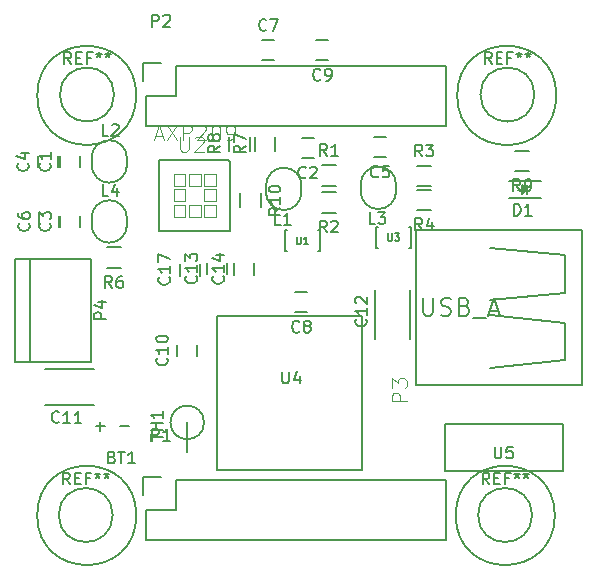
<source format=gbr>
G04 #@! TF.FileFunction,Legend,Top*
%FSLAX46Y46*%
G04 Gerber Fmt 4.6, Leading zero omitted, Abs format (unit mm)*
G04 Created by KiCad (PCBNEW 4.0.0-2.201511301920+6191~38~ubuntu14.04.1-stable) date Fri 22 Jan 2016 11:42:30 AM ICT*
%MOMM*%
G01*
G04 APERTURE LIST*
%ADD10C,0.100000*%
%ADD11C,0.200000*%
%ADD12C,0.066040*%
%ADD13C,0.203200*%
%ADD14C,0.150000*%
%ADD15C,0.152400*%
%ADD16C,0.127000*%
%ADD17C,0.088900*%
G04 APERTURE END LIST*
D10*
D11*
X169044690Y-84074000D02*
G75*
G03X169044690Y-84074000I-4198690J0D01*
G01*
X133478924Y-84074000D02*
G75*
G03X133478924Y-84074000I-4192924J0D01*
G01*
X168917690Y-119634000D02*
G75*
G03X168917690Y-119634000I-4198690J0D01*
G01*
X133484690Y-119634000D02*
G75*
G03X133484690Y-119634000I-4198690J0D01*
G01*
D12*
X140241020Y-92031820D02*
X139240260Y-92031820D01*
X139240260Y-92031820D02*
X139240260Y-93027500D01*
X140241020Y-93027500D02*
X139240260Y-93027500D01*
X140241020Y-92031820D02*
X140241020Y-93027500D01*
X138940540Y-90731340D02*
X137944860Y-90731340D01*
X137944860Y-90731340D02*
X137944860Y-91732100D01*
X138940540Y-91732100D02*
X137944860Y-91732100D01*
X138940540Y-90731340D02*
X138940540Y-91732100D01*
X140241020Y-90731340D02*
X139240260Y-90731340D01*
X139240260Y-90731340D02*
X139240260Y-91732100D01*
X140241020Y-91732100D02*
X139240260Y-91732100D01*
X140241020Y-90731340D02*
X140241020Y-91732100D01*
X137645140Y-90731340D02*
X136644380Y-90731340D01*
X136644380Y-90731340D02*
X136644380Y-91732100D01*
X137645140Y-91732100D02*
X136644380Y-91732100D01*
X137645140Y-90731340D02*
X137645140Y-91732100D01*
X137645140Y-92031820D02*
X136644380Y-92031820D01*
X136644380Y-92031820D02*
X136644380Y-93027500D01*
X137645140Y-93027500D02*
X136644380Y-93027500D01*
X137645140Y-92031820D02*
X137645140Y-93027500D01*
X140241020Y-93327220D02*
X139240260Y-93327220D01*
X139240260Y-93327220D02*
X139240260Y-94327980D01*
X140241020Y-94327980D02*
X139240260Y-94327980D01*
X140241020Y-93327220D02*
X140241020Y-94327980D01*
X138940540Y-93327220D02*
X137944860Y-93327220D01*
X137944860Y-93327220D02*
X137944860Y-94327980D01*
X138940540Y-94327980D02*
X137944860Y-94327980D01*
X138940540Y-93327220D02*
X138940540Y-94327980D01*
X137645140Y-93327220D02*
X136644380Y-93327220D01*
X136644380Y-93327220D02*
X136644380Y-94327980D01*
X137645140Y-94327980D02*
X136644380Y-94327980D01*
X137645140Y-93327220D02*
X137645140Y-94327980D01*
D13*
X141442440Y-95529400D02*
X140967460Y-95529400D01*
X140967460Y-95529400D02*
X135917940Y-95529400D01*
X135917940Y-95529400D02*
X135442960Y-95529400D01*
X135442960Y-95529400D02*
X135442960Y-95054420D01*
X135442960Y-95054420D02*
X135442960Y-90004900D01*
X135442960Y-90004900D02*
X135442960Y-89529920D01*
X135442960Y-89529920D02*
X135917940Y-89529920D01*
X135917940Y-89529920D02*
X140967460Y-89529920D01*
X140967460Y-89529920D02*
X141241780Y-89529920D01*
X141241780Y-89529920D02*
X141442440Y-89730580D01*
X141442440Y-89730580D02*
X141442440Y-90004900D01*
X141442440Y-90004900D02*
X141442440Y-95054420D01*
X141442440Y-95054420D02*
X141442440Y-95529400D01*
D14*
X146947000Y-102450000D02*
X147947000Y-102450000D01*
X147947000Y-100750000D02*
X146947000Y-100750000D01*
D15*
X156741091Y-96991575D02*
X156540431Y-96991575D01*
X156741091Y-96991575D02*
X156741091Y-95193255D01*
X156741091Y-95193255D02*
X156540431Y-95193255D01*
X153738811Y-95193255D02*
X153939471Y-95193255D01*
X153738811Y-96991575D02*
X153939471Y-96991575D01*
X153738811Y-95193255D02*
X153738811Y-96991575D01*
X149033186Y-97270172D02*
X148832526Y-97270172D01*
X149033186Y-97270172D02*
X149033186Y-95471852D01*
X149033186Y-95471852D02*
X148832526Y-95471852D01*
X146030906Y-95471852D02*
X146231566Y-95471852D01*
X146030906Y-97270172D02*
X146231566Y-97270172D01*
X146030906Y-95471852D02*
X146030906Y-97270172D01*
D14*
X150376546Y-91713412D02*
X149176546Y-91713412D01*
X149176546Y-89963412D02*
X150376546Y-89963412D01*
X149176546Y-92249412D02*
X150376546Y-92249412D01*
X150376546Y-93999412D02*
X149176546Y-93999412D01*
X158444451Y-91759115D02*
X157244451Y-91759115D01*
X157244451Y-90009115D02*
X158444451Y-90009115D01*
X157244451Y-92041115D02*
X158444451Y-92041115D01*
X158444451Y-93791115D02*
X157244451Y-93791115D01*
X145966546Y-90181412D02*
G75*
G03X144466546Y-91681412I0J-1500000D01*
G01*
X147466546Y-91681412D02*
G75*
G03X145966546Y-90181412I-1500000J0D01*
G01*
X144466546Y-92281412D02*
G75*
G03X145966546Y-93781412I1500000J0D01*
G01*
X145966546Y-93781412D02*
G75*
G03X147466546Y-92281412I0J1500000D01*
G01*
X147466546Y-92481412D02*
X147466546Y-91481412D01*
X144466546Y-92481412D02*
X144466546Y-91481412D01*
X153973451Y-90100115D02*
G75*
G03X152473451Y-91600115I0J-1500000D01*
G01*
X155473451Y-91600115D02*
G75*
G03X153973451Y-90100115I-1500000J0D01*
G01*
X152473451Y-92200115D02*
G75*
G03X153973451Y-93700115I1500000J0D01*
G01*
X153973451Y-93700115D02*
G75*
G03X155473451Y-92200115I0J1500000D01*
G01*
X155473451Y-92400115D02*
X155473451Y-91400115D01*
X152473451Y-92400115D02*
X152473451Y-91400115D01*
D16*
X157201300Y-108617900D02*
X171184000Y-108617900D01*
X157201300Y-95486100D02*
X171184000Y-95486100D01*
X171184000Y-108529000D02*
X171184000Y-95575000D01*
X157188600Y-108554400D02*
X157188600Y-95549600D01*
X163437000Y-96972000D02*
X169787000Y-97607000D01*
X169787000Y-97607000D02*
X169787000Y-100782000D01*
X169787000Y-100782000D02*
X163437000Y-101417000D01*
X163437000Y-107132000D02*
X169787000Y-106497000D01*
X169787000Y-106497000D02*
X169787000Y-103322000D01*
X169787000Y-103322000D02*
X163437000Y-102687000D01*
D14*
X123219540Y-97911100D02*
X123219540Y-106611100D01*
X129624540Y-97911100D02*
X129624540Y-106611100D01*
X129624540Y-106611100D02*
X123219540Y-106611100D01*
X124449540Y-106611100D02*
X124449540Y-97911100D01*
X123219540Y-97911100D02*
X129624540Y-97911100D01*
X156657000Y-100562000D02*
X156657000Y-104662000D01*
X153657000Y-100562000D02*
X153657000Y-104662000D01*
X159697000Y-121752000D02*
X134297000Y-121752000D01*
X136837000Y-116672000D02*
X159697000Y-116672000D01*
X159697000Y-121752000D02*
X159697000Y-116672000D01*
X134297000Y-121752000D02*
X134297000Y-119212000D01*
X135567000Y-116392000D02*
X134017000Y-116392000D01*
X134297000Y-119212000D02*
X136837000Y-119212000D01*
X136837000Y-119212000D02*
X136837000Y-116672000D01*
X134017000Y-116392000D02*
X134017000Y-117942000D01*
X159687000Y-86702000D02*
X134287000Y-86702000D01*
X136827000Y-81622000D02*
X159687000Y-81622000D01*
X159687000Y-86702000D02*
X159687000Y-81622000D01*
X134287000Y-86702000D02*
X134287000Y-84162000D01*
X135557000Y-81342000D02*
X134007000Y-81342000D01*
X134287000Y-84162000D02*
X136827000Y-84162000D01*
X136827000Y-84162000D02*
X136827000Y-81622000D01*
X134007000Y-81342000D02*
X134007000Y-82892000D01*
X152597000Y-102762000D02*
X152597000Y-115762000D01*
X140347000Y-102762000D02*
X152597000Y-102762000D01*
X140347000Y-115762000D02*
X140347000Y-102762000D01*
X152597000Y-115762000D02*
X140347000Y-115762000D01*
X159577000Y-115862000D02*
X159577000Y-111862000D01*
X169577000Y-115862000D02*
X159577000Y-115862000D01*
X169577000Y-111862000D02*
X169577000Y-115862000D01*
X159577000Y-111862000D02*
X169577000Y-111862000D01*
X125777000Y-107262000D02*
X129877000Y-107262000D01*
X125777000Y-110262000D02*
X129877000Y-110262000D01*
X131191000Y-91462000D02*
G75*
G03X132691000Y-89962000I0J1500000D01*
G01*
X129691000Y-89962000D02*
G75*
G03X131191000Y-91462000I1500000J0D01*
G01*
X132691000Y-89362000D02*
G75*
G03X131191000Y-87862000I-1500000J0D01*
G01*
X131191000Y-87862000D02*
G75*
G03X129691000Y-89362000I0J-1500000D01*
G01*
X129691000Y-89162000D02*
X129691000Y-90162000D01*
X132691000Y-89162000D02*
X132691000Y-90162000D01*
X131191000Y-96542000D02*
G75*
G03X132691000Y-95042000I0J1500000D01*
G01*
X129691000Y-95042000D02*
G75*
G03X131191000Y-96542000I1500000J0D01*
G01*
X132691000Y-94442000D02*
G75*
G03X131191000Y-92942000I-1500000J0D01*
G01*
X131191000Y-92942000D02*
G75*
G03X129691000Y-94442000I0J-1500000D01*
G01*
X129691000Y-94242000D02*
X129691000Y-95242000D01*
X132691000Y-94242000D02*
X132691000Y-95242000D01*
X125176001Y-89162000D02*
X125176001Y-90162000D01*
X126876001Y-90162000D02*
X126876001Y-89162000D01*
X125261000Y-94242000D02*
X125261000Y-95242000D01*
X126961000Y-95242000D02*
X126961000Y-94242000D01*
X145153000Y-79414000D02*
X144153000Y-79414000D01*
X144153000Y-81114000D02*
X145153000Y-81114000D01*
X148725000Y-81114000D02*
X149725000Y-81114000D01*
X149725000Y-79414000D02*
X148725000Y-79414000D01*
X136945000Y-105164000D02*
X136945000Y-106164000D01*
X138645000Y-106164000D02*
X138645000Y-105164000D01*
X130987000Y-96937000D02*
X132187000Y-96937000D01*
X132187000Y-98687000D02*
X130987000Y-98687000D01*
X167186000Y-84000000D02*
G75*
G03X167186000Y-84000000I-2286000J0D01*
G01*
X131586000Y-84000000D02*
G75*
G03X131586000Y-84000000I-2286000J0D01*
G01*
X131486000Y-119600000D02*
G75*
G03X131486000Y-119600000I-2286000J0D01*
G01*
X166986000Y-119600000D02*
G75*
G03X166986000Y-119600000I-2286000J0D01*
G01*
X145252000Y-87553946D02*
X145252000Y-88753946D01*
X143502000Y-88753946D02*
X143502000Y-87553946D01*
X143071581Y-87553946D02*
X143071581Y-88753946D01*
X141321581Y-88753946D02*
X141321581Y-87553946D01*
X139427000Y-98232000D02*
X139427000Y-99232000D01*
X141127000Y-99232000D02*
X141127000Y-98232000D01*
X141717000Y-98242000D02*
X141717000Y-99242000D01*
X143417000Y-99242000D02*
X143417000Y-98242000D01*
X137795000Y-111760000D02*
X137795000Y-114300000D01*
X139214903Y-111760000D02*
G75*
G03X139214903Y-111760000I-1419903J0D01*
G01*
X165547000Y-88747000D02*
X166747000Y-88747000D01*
X166747000Y-90497000D02*
X165547000Y-90497000D01*
X167777000Y-91292000D02*
X165077000Y-91292000D01*
X167777000Y-92792000D02*
X165077000Y-92792000D01*
X166277000Y-91892000D02*
X166277000Y-92142000D01*
X166277000Y-92142000D02*
X166427000Y-91992000D01*
X166527000Y-92392000D02*
X166527000Y-91692000D01*
X166177000Y-92042000D02*
X165827000Y-92042000D01*
X166527000Y-92042000D02*
X166177000Y-92392000D01*
X166177000Y-92392000D02*
X166177000Y-91692000D01*
X166177000Y-91692000D02*
X166527000Y-92042000D01*
X142254000Y-93564000D02*
X142254000Y-92364000D01*
X144004000Y-92364000D02*
X144004000Y-93564000D01*
X137147000Y-98322000D02*
X137147000Y-99322000D01*
X138847000Y-99322000D02*
X138847000Y-98322000D01*
X127039000Y-89162000D02*
X127039000Y-90162000D01*
X128739000Y-90162000D02*
X128739000Y-89162000D01*
X127039000Y-94242000D02*
X127039000Y-95242000D01*
X128739000Y-95242000D02*
X128739000Y-94242000D01*
X147498546Y-89402412D02*
X148498546Y-89402412D01*
X148498546Y-87702412D02*
X147498546Y-87702412D01*
X153626451Y-89321115D02*
X154626451Y-89321115D01*
X154626451Y-87621115D02*
X153626451Y-87621115D01*
D17*
X137175361Y-87554284D02*
X137175361Y-88582379D01*
X137235837Y-88703331D01*
X137296313Y-88763808D01*
X137417266Y-88824284D01*
X137659170Y-88824284D01*
X137780123Y-88763808D01*
X137840599Y-88703331D01*
X137901075Y-88582379D01*
X137901075Y-87554284D01*
X138445361Y-87675236D02*
X138505837Y-87614760D01*
X138626789Y-87554284D01*
X138929170Y-87554284D01*
X139050123Y-87614760D01*
X139110599Y-87675236D01*
X139171075Y-87796189D01*
X139171075Y-87917141D01*
X139110599Y-88098570D01*
X138384885Y-88824284D01*
X139171075Y-88824284D01*
X135086272Y-87491327D02*
X135691034Y-87491327D01*
X134965319Y-87854184D02*
X135388653Y-86584184D01*
X135811986Y-87854184D01*
X136114367Y-86584184D02*
X136961033Y-87854184D01*
X136961033Y-86584184D02*
X136114367Y-87854184D01*
X137444843Y-87854184D02*
X137444843Y-86584184D01*
X137928652Y-86584184D01*
X138049605Y-86644660D01*
X138110081Y-86705136D01*
X138170557Y-86826089D01*
X138170557Y-87007517D01*
X138110081Y-87128470D01*
X138049605Y-87188946D01*
X137928652Y-87249422D01*
X137444843Y-87249422D01*
X138654367Y-86705136D02*
X138714843Y-86644660D01*
X138835795Y-86584184D01*
X139138176Y-86584184D01*
X139259129Y-86644660D01*
X139319605Y-86705136D01*
X139380081Y-86826089D01*
X139380081Y-86947041D01*
X139319605Y-87128470D01*
X138593891Y-87854184D01*
X139380081Y-87854184D01*
X140166272Y-86584184D02*
X140287224Y-86584184D01*
X140408176Y-86644660D01*
X140468653Y-86705136D01*
X140529129Y-86826089D01*
X140589605Y-87067993D01*
X140589605Y-87370374D01*
X140529129Y-87612279D01*
X140468653Y-87733231D01*
X140408176Y-87793708D01*
X140287224Y-87854184D01*
X140166272Y-87854184D01*
X140045319Y-87793708D01*
X139984843Y-87733231D01*
X139924367Y-87612279D01*
X139863891Y-87370374D01*
X139863891Y-87067993D01*
X139924367Y-86826089D01*
X139984843Y-86705136D01*
X140045319Y-86644660D01*
X140166272Y-86584184D01*
X141194367Y-87854184D02*
X141436272Y-87854184D01*
X141557224Y-87793708D01*
X141617700Y-87733231D01*
X141738653Y-87551803D01*
X141799129Y-87309898D01*
X141799129Y-86826089D01*
X141738653Y-86705136D01*
X141678177Y-86644660D01*
X141557224Y-86584184D01*
X141315320Y-86584184D01*
X141194367Y-86644660D01*
X141133891Y-86705136D01*
X141073415Y-86826089D01*
X141073415Y-87128470D01*
X141133891Y-87249422D01*
X141194367Y-87309898D01*
X141315320Y-87370374D01*
X141557224Y-87370374D01*
X141678177Y-87309898D01*
X141738653Y-87249422D01*
X141799129Y-87128470D01*
D14*
X147280334Y-104057143D02*
X147232715Y-104104762D01*
X147089858Y-104152381D01*
X146994620Y-104152381D01*
X146851762Y-104104762D01*
X146756524Y-104009524D01*
X146708905Y-103914286D01*
X146661286Y-103723810D01*
X146661286Y-103580952D01*
X146708905Y-103390476D01*
X146756524Y-103295238D01*
X146851762Y-103200000D01*
X146994620Y-103152381D01*
X147089858Y-103152381D01*
X147232715Y-103200000D01*
X147280334Y-103247619D01*
X147851762Y-103580952D02*
X147756524Y-103533333D01*
X147708905Y-103485714D01*
X147661286Y-103390476D01*
X147661286Y-103342857D01*
X147708905Y-103247619D01*
X147756524Y-103200000D01*
X147851762Y-103152381D01*
X148042239Y-103152381D01*
X148137477Y-103200000D01*
X148185096Y-103247619D01*
X148232715Y-103342857D01*
X148232715Y-103390476D01*
X148185096Y-103485714D01*
X148137477Y-103533333D01*
X148042239Y-103580952D01*
X147851762Y-103580952D01*
X147756524Y-103628571D01*
X147708905Y-103676190D01*
X147661286Y-103771429D01*
X147661286Y-103961905D01*
X147708905Y-104057143D01*
X147756524Y-104104762D01*
X147851762Y-104152381D01*
X148042239Y-104152381D01*
X148137477Y-104104762D01*
X148185096Y-104057143D01*
X148232715Y-103961905D01*
X148232715Y-103771429D01*
X148185096Y-103676190D01*
X148137477Y-103628571D01*
X148042239Y-103580952D01*
D15*
X154775494Y-95758586D02*
X154775494Y-96252072D01*
X154804522Y-96310129D01*
X154833551Y-96339158D01*
X154891608Y-96368186D01*
X155007722Y-96368186D01*
X155065780Y-96339158D01*
X155094808Y-96310129D01*
X155123837Y-96252072D01*
X155123837Y-95758586D01*
X155356066Y-95758586D02*
X155733437Y-95758586D01*
X155530237Y-95990815D01*
X155617323Y-95990815D01*
X155675380Y-96019844D01*
X155704409Y-96048872D01*
X155733437Y-96106929D01*
X155733437Y-96252072D01*
X155704409Y-96310129D01*
X155675380Y-96339158D01*
X155617323Y-96368186D01*
X155443151Y-96368186D01*
X155385094Y-96339158D01*
X155356066Y-96310129D01*
X147067589Y-96037183D02*
X147067589Y-96530669D01*
X147096617Y-96588726D01*
X147125646Y-96617755D01*
X147183703Y-96646783D01*
X147299817Y-96646783D01*
X147357875Y-96617755D01*
X147386903Y-96588726D01*
X147415932Y-96530669D01*
X147415932Y-96037183D01*
X148025532Y-96646783D02*
X147677189Y-96646783D01*
X147851361Y-96646783D02*
X147851361Y-96037183D01*
X147793304Y-96124269D01*
X147735246Y-96182326D01*
X147677189Y-96211355D01*
D14*
X149609880Y-89190793D02*
X149276546Y-88714602D01*
X149038451Y-89190793D02*
X149038451Y-88190793D01*
X149419404Y-88190793D01*
X149514642Y-88238412D01*
X149562261Y-88286031D01*
X149609880Y-88381269D01*
X149609880Y-88524126D01*
X149562261Y-88619364D01*
X149514642Y-88666983D01*
X149419404Y-88714602D01*
X149038451Y-88714602D01*
X150562261Y-89190793D02*
X149990832Y-89190793D01*
X150276546Y-89190793D02*
X150276546Y-88190793D01*
X150181308Y-88333650D01*
X150086070Y-88428888D01*
X149990832Y-88476507D01*
X149609880Y-95676793D02*
X149276546Y-95200602D01*
X149038451Y-95676793D02*
X149038451Y-94676793D01*
X149419404Y-94676793D01*
X149514642Y-94724412D01*
X149562261Y-94772031D01*
X149609880Y-94867269D01*
X149609880Y-95010126D01*
X149562261Y-95105364D01*
X149514642Y-95152983D01*
X149419404Y-95200602D01*
X149038451Y-95200602D01*
X149990832Y-94772031D02*
X150038451Y-94724412D01*
X150133689Y-94676793D01*
X150371785Y-94676793D01*
X150467023Y-94724412D01*
X150514642Y-94772031D01*
X150562261Y-94867269D01*
X150562261Y-94962507D01*
X150514642Y-95105364D01*
X149943213Y-95676793D01*
X150562261Y-95676793D01*
X157677785Y-89236496D02*
X157344451Y-88760305D01*
X157106356Y-89236496D02*
X157106356Y-88236496D01*
X157487309Y-88236496D01*
X157582547Y-88284115D01*
X157630166Y-88331734D01*
X157677785Y-88426972D01*
X157677785Y-88569829D01*
X157630166Y-88665067D01*
X157582547Y-88712686D01*
X157487309Y-88760305D01*
X157106356Y-88760305D01*
X158011118Y-88236496D02*
X158630166Y-88236496D01*
X158296832Y-88617448D01*
X158439690Y-88617448D01*
X158534928Y-88665067D01*
X158582547Y-88712686D01*
X158630166Y-88807925D01*
X158630166Y-89046020D01*
X158582547Y-89141258D01*
X158534928Y-89188877D01*
X158439690Y-89236496D01*
X158153975Y-89236496D01*
X158058737Y-89188877D01*
X158011118Y-89141258D01*
X157677785Y-95468496D02*
X157344451Y-94992305D01*
X157106356Y-95468496D02*
X157106356Y-94468496D01*
X157487309Y-94468496D01*
X157582547Y-94516115D01*
X157630166Y-94563734D01*
X157677785Y-94658972D01*
X157677785Y-94801829D01*
X157630166Y-94897067D01*
X157582547Y-94944686D01*
X157487309Y-94992305D01*
X157106356Y-94992305D01*
X158534928Y-94801829D02*
X158534928Y-95468496D01*
X158296832Y-94420877D02*
X158058737Y-95135163D01*
X158677785Y-95135163D01*
X145699880Y-95033793D02*
X145223689Y-95033793D01*
X145223689Y-94033793D01*
X146557023Y-95033793D02*
X145985594Y-95033793D01*
X146271308Y-95033793D02*
X146271308Y-94033793D01*
X146176070Y-94176650D01*
X146080832Y-94271888D01*
X145985594Y-94319507D01*
X153706785Y-94952496D02*
X153230594Y-94952496D01*
X153230594Y-93952496D01*
X153944880Y-93952496D02*
X154563928Y-93952496D01*
X154230594Y-94333448D01*
X154373452Y-94333448D01*
X154468690Y-94381067D01*
X154516309Y-94428686D01*
X154563928Y-94523925D01*
X154563928Y-94762020D01*
X154516309Y-94857258D01*
X154468690Y-94904877D01*
X154373452Y-94952496D01*
X154087737Y-94952496D01*
X153992499Y-94904877D01*
X153944880Y-94857258D01*
D17*
X156391524Y-109974381D02*
X155121524Y-109974381D01*
X155121524Y-109490572D01*
X155182000Y-109369619D01*
X155242476Y-109309143D01*
X155363429Y-109248667D01*
X155544857Y-109248667D01*
X155665810Y-109309143D01*
X155726286Y-109369619D01*
X155786762Y-109490572D01*
X155786762Y-109974381D01*
X155121524Y-108825333D02*
X155121524Y-108039143D01*
X155605333Y-108462476D01*
X155605333Y-108281048D01*
X155665810Y-108160095D01*
X155726286Y-108099619D01*
X155847238Y-108039143D01*
X156149619Y-108039143D01*
X156270571Y-108099619D01*
X156331048Y-108160095D01*
X156391524Y-108281048D01*
X156391524Y-108643905D01*
X156331048Y-108764857D01*
X156270571Y-108825333D01*
D14*
X157740143Y-101217429D02*
X157740143Y-102451143D01*
X157812715Y-102596286D01*
X157885286Y-102668857D01*
X158030429Y-102741429D01*
X158320715Y-102741429D01*
X158465857Y-102668857D01*
X158538429Y-102596286D01*
X158611000Y-102451143D01*
X158611000Y-101217429D01*
X159264143Y-102668857D02*
X159481857Y-102741429D01*
X159844714Y-102741429D01*
X159989857Y-102668857D01*
X160062428Y-102596286D01*
X160135000Y-102451143D01*
X160135000Y-102306000D01*
X160062428Y-102160857D01*
X159989857Y-102088286D01*
X159844714Y-102015714D01*
X159554428Y-101943143D01*
X159409286Y-101870571D01*
X159336714Y-101798000D01*
X159264143Y-101652857D01*
X159264143Y-101507714D01*
X159336714Y-101362571D01*
X159409286Y-101290000D01*
X159554428Y-101217429D01*
X159917286Y-101217429D01*
X160135000Y-101290000D01*
X161296143Y-101943143D02*
X161513857Y-102015714D01*
X161586429Y-102088286D01*
X161659000Y-102233429D01*
X161659000Y-102451143D01*
X161586429Y-102596286D01*
X161513857Y-102668857D01*
X161368715Y-102741429D01*
X160788143Y-102741429D01*
X160788143Y-101217429D01*
X161296143Y-101217429D01*
X161441286Y-101290000D01*
X161513857Y-101362571D01*
X161586429Y-101507714D01*
X161586429Y-101652857D01*
X161513857Y-101798000D01*
X161441286Y-101870571D01*
X161296143Y-101943143D01*
X160788143Y-101943143D01*
X161949286Y-102886571D02*
X163110429Y-102886571D01*
X163400715Y-102306000D02*
X164126429Y-102306000D01*
X163255572Y-102741429D02*
X163763572Y-101217429D01*
X164271572Y-102741429D01*
X130939381Y-103000095D02*
X129939381Y-103000095D01*
X129939381Y-102619142D01*
X129987000Y-102523904D01*
X130034619Y-102476285D01*
X130129857Y-102428666D01*
X130272714Y-102428666D01*
X130367952Y-102476285D01*
X130415571Y-102523904D01*
X130463190Y-102619142D01*
X130463190Y-103000095D01*
X130272714Y-101571523D02*
X130939381Y-101571523D01*
X129891762Y-101809619D02*
X130606048Y-102047714D01*
X130606048Y-101428666D01*
X152914143Y-103004857D02*
X152961762Y-103052476D01*
X153009381Y-103195333D01*
X153009381Y-103290571D01*
X152961762Y-103433429D01*
X152866524Y-103528667D01*
X152771286Y-103576286D01*
X152580810Y-103623905D01*
X152437952Y-103623905D01*
X152247476Y-103576286D01*
X152152238Y-103528667D01*
X152057000Y-103433429D01*
X152009381Y-103290571D01*
X152009381Y-103195333D01*
X152057000Y-103052476D01*
X152104619Y-103004857D01*
X153009381Y-102052476D02*
X153009381Y-102623905D01*
X153009381Y-102338191D02*
X152009381Y-102338191D01*
X152152238Y-102433429D01*
X152247476Y-102528667D01*
X152295095Y-102623905D01*
X152104619Y-101671524D02*
X152057000Y-101623905D01*
X152009381Y-101528667D01*
X152009381Y-101290571D01*
X152057000Y-101195333D01*
X152104619Y-101147714D01*
X152199857Y-101100095D01*
X152295095Y-101100095D01*
X152437952Y-101147714D01*
X153009381Y-101719143D01*
X153009381Y-101100095D01*
X134828905Y-113294381D02*
X134828905Y-112294381D01*
X135209858Y-112294381D01*
X135305096Y-112342000D01*
X135352715Y-112389619D01*
X135400334Y-112484857D01*
X135400334Y-112627714D01*
X135352715Y-112722952D01*
X135305096Y-112770571D01*
X135209858Y-112818190D01*
X134828905Y-112818190D01*
X136352715Y-113294381D02*
X135781286Y-113294381D01*
X136067000Y-113294381D02*
X136067000Y-112294381D01*
X135971762Y-112437238D01*
X135876524Y-112532476D01*
X135781286Y-112580095D01*
X134818905Y-78244381D02*
X134818905Y-77244381D01*
X135199858Y-77244381D01*
X135295096Y-77292000D01*
X135342715Y-77339619D01*
X135390334Y-77434857D01*
X135390334Y-77577714D01*
X135342715Y-77672952D01*
X135295096Y-77720571D01*
X135199858Y-77768190D01*
X134818905Y-77768190D01*
X135771286Y-77339619D02*
X135818905Y-77292000D01*
X135914143Y-77244381D01*
X136152239Y-77244381D01*
X136247477Y-77292000D01*
X136295096Y-77339619D01*
X136342715Y-77434857D01*
X136342715Y-77530095D01*
X136295096Y-77672952D01*
X135723667Y-78244381D01*
X136342715Y-78244381D01*
X145835095Y-107464381D02*
X145835095Y-108273905D01*
X145882714Y-108369143D01*
X145930333Y-108416762D01*
X146025571Y-108464381D01*
X146216048Y-108464381D01*
X146311286Y-108416762D01*
X146358905Y-108369143D01*
X146406524Y-108273905D01*
X146406524Y-107464381D01*
X147311286Y-107797714D02*
X147311286Y-108464381D01*
X147073190Y-107416762D02*
X146835095Y-108131048D01*
X147454143Y-108131048D01*
X163815095Y-113814381D02*
X163815095Y-114623905D01*
X163862714Y-114719143D01*
X163910333Y-114766762D01*
X164005571Y-114814381D01*
X164196048Y-114814381D01*
X164291286Y-114766762D01*
X164338905Y-114719143D01*
X164386524Y-114623905D01*
X164386524Y-113814381D01*
X165338905Y-113814381D02*
X164862714Y-113814381D01*
X164815095Y-114290571D01*
X164862714Y-114242952D01*
X164957952Y-114195333D01*
X165196048Y-114195333D01*
X165291286Y-114242952D01*
X165338905Y-114290571D01*
X165386524Y-114385810D01*
X165386524Y-114623905D01*
X165338905Y-114719143D01*
X165291286Y-114766762D01*
X165196048Y-114814381D01*
X164957952Y-114814381D01*
X164862714Y-114766762D01*
X164815095Y-114719143D01*
X126934143Y-111719143D02*
X126886524Y-111766762D01*
X126743667Y-111814381D01*
X126648429Y-111814381D01*
X126505571Y-111766762D01*
X126410333Y-111671524D01*
X126362714Y-111576286D01*
X126315095Y-111385810D01*
X126315095Y-111242952D01*
X126362714Y-111052476D01*
X126410333Y-110957238D01*
X126505571Y-110862000D01*
X126648429Y-110814381D01*
X126743667Y-110814381D01*
X126886524Y-110862000D01*
X126934143Y-110909619D01*
X127886524Y-111814381D02*
X127315095Y-111814381D01*
X127600809Y-111814381D02*
X127600809Y-110814381D01*
X127505571Y-110957238D01*
X127410333Y-111052476D01*
X127315095Y-111100095D01*
X128838905Y-111814381D02*
X128267476Y-111814381D01*
X128553190Y-111814381D02*
X128553190Y-110814381D01*
X128457952Y-110957238D01*
X128362714Y-111052476D01*
X128267476Y-111100095D01*
X131124334Y-87514381D02*
X130648143Y-87514381D01*
X130648143Y-86514381D01*
X131410048Y-86609619D02*
X131457667Y-86562000D01*
X131552905Y-86514381D01*
X131791001Y-86514381D01*
X131886239Y-86562000D01*
X131933858Y-86609619D01*
X131981477Y-86704857D01*
X131981477Y-86800095D01*
X131933858Y-86942952D01*
X131362429Y-87514381D01*
X131981477Y-87514381D01*
X131124334Y-92594381D02*
X130648143Y-92594381D01*
X130648143Y-91594381D01*
X131886239Y-91927714D02*
X131886239Y-92594381D01*
X131648143Y-91546762D02*
X131410048Y-92261048D01*
X132029096Y-92261048D01*
X124283144Y-89828666D02*
X124330763Y-89876285D01*
X124378382Y-90019142D01*
X124378382Y-90114380D01*
X124330763Y-90257238D01*
X124235525Y-90352476D01*
X124140287Y-90400095D01*
X123949811Y-90447714D01*
X123806953Y-90447714D01*
X123616477Y-90400095D01*
X123521239Y-90352476D01*
X123426001Y-90257238D01*
X123378382Y-90114380D01*
X123378382Y-90019142D01*
X123426001Y-89876285D01*
X123473620Y-89828666D01*
X123711715Y-88971523D02*
X124378382Y-88971523D01*
X123330763Y-89209619D02*
X124045049Y-89447714D01*
X124045049Y-88828666D01*
X124368143Y-94908666D02*
X124415762Y-94956285D01*
X124463381Y-95099142D01*
X124463381Y-95194380D01*
X124415762Y-95337238D01*
X124320524Y-95432476D01*
X124225286Y-95480095D01*
X124034810Y-95527714D01*
X123891952Y-95527714D01*
X123701476Y-95480095D01*
X123606238Y-95432476D01*
X123511000Y-95337238D01*
X123463381Y-95194380D01*
X123463381Y-95099142D01*
X123511000Y-94956285D01*
X123558619Y-94908666D01*
X123463381Y-94051523D02*
X123463381Y-94242000D01*
X123511000Y-94337238D01*
X123558619Y-94384857D01*
X123701476Y-94480095D01*
X123891952Y-94527714D01*
X124272905Y-94527714D01*
X124368143Y-94480095D01*
X124415762Y-94432476D01*
X124463381Y-94337238D01*
X124463381Y-94146761D01*
X124415762Y-94051523D01*
X124368143Y-94003904D01*
X124272905Y-93956285D01*
X124034810Y-93956285D01*
X123939571Y-94003904D01*
X123891952Y-94051523D01*
X123844333Y-94146761D01*
X123844333Y-94337238D01*
X123891952Y-94432476D01*
X123939571Y-94480095D01*
X124034810Y-94527714D01*
X144486334Y-78521143D02*
X144438715Y-78568762D01*
X144295858Y-78616381D01*
X144200620Y-78616381D01*
X144057762Y-78568762D01*
X143962524Y-78473524D01*
X143914905Y-78378286D01*
X143867286Y-78187810D01*
X143867286Y-78044952D01*
X143914905Y-77854476D01*
X143962524Y-77759238D01*
X144057762Y-77664000D01*
X144200620Y-77616381D01*
X144295858Y-77616381D01*
X144438715Y-77664000D01*
X144486334Y-77711619D01*
X144819667Y-77616381D02*
X145486334Y-77616381D01*
X145057762Y-78616381D01*
X149058334Y-82721143D02*
X149010715Y-82768762D01*
X148867858Y-82816381D01*
X148772620Y-82816381D01*
X148629762Y-82768762D01*
X148534524Y-82673524D01*
X148486905Y-82578286D01*
X148439286Y-82387810D01*
X148439286Y-82244952D01*
X148486905Y-82054476D01*
X148534524Y-81959238D01*
X148629762Y-81864000D01*
X148772620Y-81816381D01*
X148867858Y-81816381D01*
X149010715Y-81864000D01*
X149058334Y-81911619D01*
X149534524Y-82816381D02*
X149725000Y-82816381D01*
X149820239Y-82768762D01*
X149867858Y-82721143D01*
X149963096Y-82578286D01*
X150010715Y-82387810D01*
X150010715Y-82006857D01*
X149963096Y-81911619D01*
X149915477Y-81864000D01*
X149820239Y-81816381D01*
X149629762Y-81816381D01*
X149534524Y-81864000D01*
X149486905Y-81911619D01*
X149439286Y-82006857D01*
X149439286Y-82244952D01*
X149486905Y-82340190D01*
X149534524Y-82387810D01*
X149629762Y-82435429D01*
X149820239Y-82435429D01*
X149915477Y-82387810D01*
X149963096Y-82340190D01*
X150010715Y-82244952D01*
X136052143Y-106306857D02*
X136099762Y-106354476D01*
X136147381Y-106497333D01*
X136147381Y-106592571D01*
X136099762Y-106735429D01*
X136004524Y-106830667D01*
X135909286Y-106878286D01*
X135718810Y-106925905D01*
X135575952Y-106925905D01*
X135385476Y-106878286D01*
X135290238Y-106830667D01*
X135195000Y-106735429D01*
X135147381Y-106592571D01*
X135147381Y-106497333D01*
X135195000Y-106354476D01*
X135242619Y-106306857D01*
X136147381Y-105354476D02*
X136147381Y-105925905D01*
X136147381Y-105640191D02*
X135147381Y-105640191D01*
X135290238Y-105735429D01*
X135385476Y-105830667D01*
X135433095Y-105925905D01*
X135147381Y-104735429D02*
X135147381Y-104640190D01*
X135195000Y-104544952D01*
X135242619Y-104497333D01*
X135337857Y-104449714D01*
X135528333Y-104402095D01*
X135766429Y-104402095D01*
X135956905Y-104449714D01*
X136052143Y-104497333D01*
X136099762Y-104544952D01*
X136147381Y-104640190D01*
X136147381Y-104735429D01*
X136099762Y-104830667D01*
X136052143Y-104878286D01*
X135956905Y-104925905D01*
X135766429Y-104973524D01*
X135528333Y-104973524D01*
X135337857Y-104925905D01*
X135242619Y-104878286D01*
X135195000Y-104830667D01*
X135147381Y-104735429D01*
X131420334Y-100364381D02*
X131087000Y-99888190D01*
X130848905Y-100364381D02*
X130848905Y-99364381D01*
X131229858Y-99364381D01*
X131325096Y-99412000D01*
X131372715Y-99459619D01*
X131420334Y-99554857D01*
X131420334Y-99697714D01*
X131372715Y-99792952D01*
X131325096Y-99840571D01*
X131229858Y-99888190D01*
X130848905Y-99888190D01*
X132277477Y-99364381D02*
X132087000Y-99364381D01*
X131991762Y-99412000D01*
X131944143Y-99459619D01*
X131848905Y-99602476D01*
X131801286Y-99792952D01*
X131801286Y-100173905D01*
X131848905Y-100269143D01*
X131896524Y-100316762D01*
X131991762Y-100364381D01*
X132182239Y-100364381D01*
X132277477Y-100316762D01*
X132325096Y-100269143D01*
X132372715Y-100173905D01*
X132372715Y-99935810D01*
X132325096Y-99840571D01*
X132277477Y-99792952D01*
X132182239Y-99745333D01*
X131991762Y-99745333D01*
X131896524Y-99792952D01*
X131848905Y-99840571D01*
X131801286Y-99935810D01*
X163566667Y-81404381D02*
X163233333Y-80928190D01*
X162995238Y-81404381D02*
X162995238Y-80404381D01*
X163376191Y-80404381D01*
X163471429Y-80452000D01*
X163519048Y-80499619D01*
X163566667Y-80594857D01*
X163566667Y-80737714D01*
X163519048Y-80832952D01*
X163471429Y-80880571D01*
X163376191Y-80928190D01*
X162995238Y-80928190D01*
X163995238Y-80880571D02*
X164328572Y-80880571D01*
X164471429Y-81404381D02*
X163995238Y-81404381D01*
X163995238Y-80404381D01*
X164471429Y-80404381D01*
X165233334Y-80880571D02*
X164900000Y-80880571D01*
X164900000Y-81404381D02*
X164900000Y-80404381D01*
X165376191Y-80404381D01*
X165900000Y-80404381D02*
X165900000Y-80642476D01*
X165661905Y-80547238D02*
X165900000Y-80642476D01*
X166138096Y-80547238D01*
X165757143Y-80832952D02*
X165900000Y-80642476D01*
X166042858Y-80832952D01*
X166661905Y-80404381D02*
X166661905Y-80642476D01*
X166423810Y-80547238D02*
X166661905Y-80642476D01*
X166900001Y-80547238D01*
X166519048Y-80832952D02*
X166661905Y-80642476D01*
X166804763Y-80832952D01*
X127966667Y-81404381D02*
X127633333Y-80928190D01*
X127395238Y-81404381D02*
X127395238Y-80404381D01*
X127776191Y-80404381D01*
X127871429Y-80452000D01*
X127919048Y-80499619D01*
X127966667Y-80594857D01*
X127966667Y-80737714D01*
X127919048Y-80832952D01*
X127871429Y-80880571D01*
X127776191Y-80928190D01*
X127395238Y-80928190D01*
X128395238Y-80880571D02*
X128728572Y-80880571D01*
X128871429Y-81404381D02*
X128395238Y-81404381D01*
X128395238Y-80404381D01*
X128871429Y-80404381D01*
X129633334Y-80880571D02*
X129300000Y-80880571D01*
X129300000Y-81404381D02*
X129300000Y-80404381D01*
X129776191Y-80404381D01*
X130300000Y-80404381D02*
X130300000Y-80642476D01*
X130061905Y-80547238D02*
X130300000Y-80642476D01*
X130538096Y-80547238D01*
X130157143Y-80832952D02*
X130300000Y-80642476D01*
X130442858Y-80832952D01*
X131061905Y-80404381D02*
X131061905Y-80642476D01*
X130823810Y-80547238D02*
X131061905Y-80642476D01*
X131300001Y-80547238D01*
X130919048Y-80832952D02*
X131061905Y-80642476D01*
X131204763Y-80832952D01*
X127866667Y-117004381D02*
X127533333Y-116528190D01*
X127295238Y-117004381D02*
X127295238Y-116004381D01*
X127676191Y-116004381D01*
X127771429Y-116052000D01*
X127819048Y-116099619D01*
X127866667Y-116194857D01*
X127866667Y-116337714D01*
X127819048Y-116432952D01*
X127771429Y-116480571D01*
X127676191Y-116528190D01*
X127295238Y-116528190D01*
X128295238Y-116480571D02*
X128628572Y-116480571D01*
X128771429Y-117004381D02*
X128295238Y-117004381D01*
X128295238Y-116004381D01*
X128771429Y-116004381D01*
X129533334Y-116480571D02*
X129200000Y-116480571D01*
X129200000Y-117004381D02*
X129200000Y-116004381D01*
X129676191Y-116004381D01*
X130200000Y-116004381D02*
X130200000Y-116242476D01*
X129961905Y-116147238D02*
X130200000Y-116242476D01*
X130438096Y-116147238D01*
X130057143Y-116432952D02*
X130200000Y-116242476D01*
X130342858Y-116432952D01*
X130961905Y-116004381D02*
X130961905Y-116242476D01*
X130723810Y-116147238D02*
X130961905Y-116242476D01*
X131200001Y-116147238D01*
X130819048Y-116432952D02*
X130961905Y-116242476D01*
X131104763Y-116432952D01*
X163366667Y-117004381D02*
X163033333Y-116528190D01*
X162795238Y-117004381D02*
X162795238Y-116004381D01*
X163176191Y-116004381D01*
X163271429Y-116052000D01*
X163319048Y-116099619D01*
X163366667Y-116194857D01*
X163366667Y-116337714D01*
X163319048Y-116432952D01*
X163271429Y-116480571D01*
X163176191Y-116528190D01*
X162795238Y-116528190D01*
X163795238Y-116480571D02*
X164128572Y-116480571D01*
X164271429Y-117004381D02*
X163795238Y-117004381D01*
X163795238Y-116004381D01*
X164271429Y-116004381D01*
X165033334Y-116480571D02*
X164700000Y-116480571D01*
X164700000Y-117004381D02*
X164700000Y-116004381D01*
X165176191Y-116004381D01*
X165700000Y-116004381D02*
X165700000Y-116242476D01*
X165461905Y-116147238D02*
X165700000Y-116242476D01*
X165938096Y-116147238D01*
X165557143Y-116432952D02*
X165700000Y-116242476D01*
X165842858Y-116432952D01*
X166461905Y-116004381D02*
X166461905Y-116242476D01*
X166223810Y-116147238D02*
X166461905Y-116242476D01*
X166700001Y-116147238D01*
X166319048Y-116432952D02*
X166461905Y-116242476D01*
X166604763Y-116432952D01*
X142729381Y-88320612D02*
X142253190Y-88653946D01*
X142729381Y-88892041D02*
X141729381Y-88892041D01*
X141729381Y-88511088D01*
X141777000Y-88415850D01*
X141824619Y-88368231D01*
X141919857Y-88320612D01*
X142062714Y-88320612D01*
X142157952Y-88368231D01*
X142205571Y-88415850D01*
X142253190Y-88511088D01*
X142253190Y-88892041D01*
X141729381Y-87987279D02*
X141729381Y-87320612D01*
X142729381Y-87749184D01*
X140548962Y-88320612D02*
X140072771Y-88653946D01*
X140548962Y-88892041D02*
X139548962Y-88892041D01*
X139548962Y-88511088D01*
X139596581Y-88415850D01*
X139644200Y-88368231D01*
X139739438Y-88320612D01*
X139882295Y-88320612D01*
X139977533Y-88368231D01*
X140025152Y-88415850D01*
X140072771Y-88511088D01*
X140072771Y-88892041D01*
X139977533Y-87749184D02*
X139929914Y-87844422D01*
X139882295Y-87892041D01*
X139787057Y-87939660D01*
X139739438Y-87939660D01*
X139644200Y-87892041D01*
X139596581Y-87844422D01*
X139548962Y-87749184D01*
X139548962Y-87558707D01*
X139596581Y-87463469D01*
X139644200Y-87415850D01*
X139739438Y-87368231D01*
X139787057Y-87368231D01*
X139882295Y-87415850D01*
X139929914Y-87463469D01*
X139977533Y-87558707D01*
X139977533Y-87749184D01*
X140025152Y-87844422D01*
X140072771Y-87892041D01*
X140168010Y-87939660D01*
X140358486Y-87939660D01*
X140453724Y-87892041D01*
X140501343Y-87844422D01*
X140548962Y-87749184D01*
X140548962Y-87558707D01*
X140501343Y-87463469D01*
X140453724Y-87415850D01*
X140358486Y-87368231D01*
X140168010Y-87368231D01*
X140072771Y-87415850D01*
X140025152Y-87463469D01*
X139977533Y-87558707D01*
X138534143Y-99374857D02*
X138581762Y-99422476D01*
X138629381Y-99565333D01*
X138629381Y-99660571D01*
X138581762Y-99803429D01*
X138486524Y-99898667D01*
X138391286Y-99946286D01*
X138200810Y-99993905D01*
X138057952Y-99993905D01*
X137867476Y-99946286D01*
X137772238Y-99898667D01*
X137677000Y-99803429D01*
X137629381Y-99660571D01*
X137629381Y-99565333D01*
X137677000Y-99422476D01*
X137724619Y-99374857D01*
X138629381Y-98422476D02*
X138629381Y-98993905D01*
X138629381Y-98708191D02*
X137629381Y-98708191D01*
X137772238Y-98803429D01*
X137867476Y-98898667D01*
X137915095Y-98993905D01*
X137629381Y-98089143D02*
X137629381Y-97470095D01*
X138010333Y-97803429D01*
X138010333Y-97660571D01*
X138057952Y-97565333D01*
X138105571Y-97517714D01*
X138200810Y-97470095D01*
X138438905Y-97470095D01*
X138534143Y-97517714D01*
X138581762Y-97565333D01*
X138629381Y-97660571D01*
X138629381Y-97946286D01*
X138581762Y-98041524D01*
X138534143Y-98089143D01*
X140824143Y-99384857D02*
X140871762Y-99432476D01*
X140919381Y-99575333D01*
X140919381Y-99670571D01*
X140871762Y-99813429D01*
X140776524Y-99908667D01*
X140681286Y-99956286D01*
X140490810Y-100003905D01*
X140347952Y-100003905D01*
X140157476Y-99956286D01*
X140062238Y-99908667D01*
X139967000Y-99813429D01*
X139919381Y-99670571D01*
X139919381Y-99575333D01*
X139967000Y-99432476D01*
X140014619Y-99384857D01*
X140919381Y-98432476D02*
X140919381Y-99003905D01*
X140919381Y-98718191D02*
X139919381Y-98718191D01*
X140062238Y-98813429D01*
X140157476Y-98908667D01*
X140205095Y-99003905D01*
X140252714Y-97575333D02*
X140919381Y-97575333D01*
X139871762Y-97813429D02*
X140586048Y-98051524D01*
X140586048Y-97432476D01*
X134707381Y-113299714D02*
X134707381Y-112728285D01*
X135707381Y-113014000D02*
X134707381Y-113014000D01*
X135707381Y-112394952D02*
X134707381Y-112394952D01*
X135183571Y-112394952D02*
X135183571Y-111823523D01*
X135707381Y-111823523D02*
X134707381Y-111823523D01*
X135707381Y-110823523D02*
X135707381Y-111394952D01*
X135707381Y-111109238D02*
X134707381Y-111109238D01*
X134850238Y-111204476D01*
X134945476Y-111299714D01*
X134993095Y-111394952D01*
X165980334Y-92174381D02*
X165647000Y-91698190D01*
X165408905Y-92174381D02*
X165408905Y-91174381D01*
X165789858Y-91174381D01*
X165885096Y-91222000D01*
X165932715Y-91269619D01*
X165980334Y-91364857D01*
X165980334Y-91507714D01*
X165932715Y-91602952D01*
X165885096Y-91650571D01*
X165789858Y-91698190D01*
X165408905Y-91698190D01*
X166456524Y-92174381D02*
X166647000Y-92174381D01*
X166742239Y-92126762D01*
X166789858Y-92079143D01*
X166885096Y-91936286D01*
X166932715Y-91745810D01*
X166932715Y-91364857D01*
X166885096Y-91269619D01*
X166837477Y-91222000D01*
X166742239Y-91174381D01*
X166551762Y-91174381D01*
X166456524Y-91222000D01*
X166408905Y-91269619D01*
X166361286Y-91364857D01*
X166361286Y-91602952D01*
X166408905Y-91698190D01*
X166456524Y-91745810D01*
X166551762Y-91793429D01*
X166742239Y-91793429D01*
X166837477Y-91745810D01*
X166885096Y-91698190D01*
X166932715Y-91602952D01*
X165438905Y-94244381D02*
X165438905Y-93244381D01*
X165677000Y-93244381D01*
X165819858Y-93292000D01*
X165915096Y-93387238D01*
X165962715Y-93482476D01*
X166010334Y-93672952D01*
X166010334Y-93815810D01*
X165962715Y-94006286D01*
X165915096Y-94101524D01*
X165819858Y-94196762D01*
X165677000Y-94244381D01*
X165438905Y-94244381D01*
X166962715Y-94244381D02*
X166391286Y-94244381D01*
X166677000Y-94244381D02*
X166677000Y-93244381D01*
X166581762Y-93387238D01*
X166486524Y-93482476D01*
X166391286Y-93530095D01*
X145681381Y-93606857D02*
X145205190Y-93940191D01*
X145681381Y-94178286D02*
X144681381Y-94178286D01*
X144681381Y-93797333D01*
X144729000Y-93702095D01*
X144776619Y-93654476D01*
X144871857Y-93606857D01*
X145014714Y-93606857D01*
X145109952Y-93654476D01*
X145157571Y-93702095D01*
X145205190Y-93797333D01*
X145205190Y-94178286D01*
X145681381Y-92654476D02*
X145681381Y-93225905D01*
X145681381Y-92940191D02*
X144681381Y-92940191D01*
X144824238Y-93035429D01*
X144919476Y-93130667D01*
X144967095Y-93225905D01*
X144681381Y-92035429D02*
X144681381Y-91940190D01*
X144729000Y-91844952D01*
X144776619Y-91797333D01*
X144871857Y-91749714D01*
X145062333Y-91702095D01*
X145300429Y-91702095D01*
X145490905Y-91749714D01*
X145586143Y-91797333D01*
X145633762Y-91844952D01*
X145681381Y-91940190D01*
X145681381Y-92035429D01*
X145633762Y-92130667D01*
X145586143Y-92178286D01*
X145490905Y-92225905D01*
X145300429Y-92273524D01*
X145062333Y-92273524D01*
X144871857Y-92225905D01*
X144776619Y-92178286D01*
X144729000Y-92130667D01*
X144681381Y-92035429D01*
X136254143Y-99464857D02*
X136301762Y-99512476D01*
X136349381Y-99655333D01*
X136349381Y-99750571D01*
X136301762Y-99893429D01*
X136206524Y-99988667D01*
X136111286Y-100036286D01*
X135920810Y-100083905D01*
X135777952Y-100083905D01*
X135587476Y-100036286D01*
X135492238Y-99988667D01*
X135397000Y-99893429D01*
X135349381Y-99750571D01*
X135349381Y-99655333D01*
X135397000Y-99512476D01*
X135444619Y-99464857D01*
X136349381Y-98512476D02*
X136349381Y-99083905D01*
X136349381Y-98798191D02*
X135349381Y-98798191D01*
X135492238Y-98893429D01*
X135587476Y-98988667D01*
X135635095Y-99083905D01*
X135349381Y-98179143D02*
X135349381Y-97512476D01*
X136349381Y-97941048D01*
X126146143Y-89828666D02*
X126193762Y-89876285D01*
X126241381Y-90019142D01*
X126241381Y-90114380D01*
X126193762Y-90257238D01*
X126098524Y-90352476D01*
X126003286Y-90400095D01*
X125812810Y-90447714D01*
X125669952Y-90447714D01*
X125479476Y-90400095D01*
X125384238Y-90352476D01*
X125289000Y-90257238D01*
X125241381Y-90114380D01*
X125241381Y-90019142D01*
X125289000Y-89876285D01*
X125336619Y-89828666D01*
X126241381Y-88876285D02*
X126241381Y-89447714D01*
X126241381Y-89162000D02*
X125241381Y-89162000D01*
X125384238Y-89257238D01*
X125479476Y-89352476D01*
X125527095Y-89447714D01*
X126146143Y-94908666D02*
X126193762Y-94956285D01*
X126241381Y-95099142D01*
X126241381Y-95194380D01*
X126193762Y-95337238D01*
X126098524Y-95432476D01*
X126003286Y-95480095D01*
X125812810Y-95527714D01*
X125669952Y-95527714D01*
X125479476Y-95480095D01*
X125384238Y-95432476D01*
X125289000Y-95337238D01*
X125241381Y-95194380D01*
X125241381Y-95099142D01*
X125289000Y-94956285D01*
X125336619Y-94908666D01*
X125241381Y-94575333D02*
X125241381Y-93956285D01*
X125622333Y-94289619D01*
X125622333Y-94146761D01*
X125669952Y-94051523D01*
X125717571Y-94003904D01*
X125812810Y-93956285D01*
X126050905Y-93956285D01*
X126146143Y-94003904D01*
X126193762Y-94051523D01*
X126241381Y-94146761D01*
X126241381Y-94432476D01*
X126193762Y-94527714D01*
X126146143Y-94575333D01*
X131409286Y-114712571D02*
X131552143Y-114760190D01*
X131599762Y-114807810D01*
X131647381Y-114903048D01*
X131647381Y-115045905D01*
X131599762Y-115141143D01*
X131552143Y-115188762D01*
X131456905Y-115236381D01*
X131075952Y-115236381D01*
X131075952Y-114236381D01*
X131409286Y-114236381D01*
X131504524Y-114284000D01*
X131552143Y-114331619D01*
X131599762Y-114426857D01*
X131599762Y-114522095D01*
X131552143Y-114617333D01*
X131504524Y-114664952D01*
X131409286Y-114712571D01*
X131075952Y-114712571D01*
X131933095Y-114236381D02*
X132504524Y-114236381D01*
X132218809Y-115236381D02*
X132218809Y-114236381D01*
X133361667Y-115236381D02*
X132790238Y-115236381D01*
X133075952Y-115236381D02*
X133075952Y-114236381D01*
X132980714Y-114379238D01*
X132885476Y-114474476D01*
X132790238Y-114522095D01*
X132064048Y-112105429D02*
X132825953Y-112105429D01*
X130064048Y-112105429D02*
X130825953Y-112105429D01*
X130445001Y-112486381D02*
X130445001Y-111724476D01*
X147831880Y-91009555D02*
X147784261Y-91057174D01*
X147641404Y-91104793D01*
X147546166Y-91104793D01*
X147403308Y-91057174D01*
X147308070Y-90961936D01*
X147260451Y-90866698D01*
X147212832Y-90676222D01*
X147212832Y-90533364D01*
X147260451Y-90342888D01*
X147308070Y-90247650D01*
X147403308Y-90152412D01*
X147546166Y-90104793D01*
X147641404Y-90104793D01*
X147784261Y-90152412D01*
X147831880Y-90200031D01*
X148212832Y-90200031D02*
X148260451Y-90152412D01*
X148355689Y-90104793D01*
X148593785Y-90104793D01*
X148689023Y-90152412D01*
X148736642Y-90200031D01*
X148784261Y-90295269D01*
X148784261Y-90390507D01*
X148736642Y-90533364D01*
X148165213Y-91104793D01*
X148784261Y-91104793D01*
X153959785Y-90928258D02*
X153912166Y-90975877D01*
X153769309Y-91023496D01*
X153674071Y-91023496D01*
X153531213Y-90975877D01*
X153435975Y-90880639D01*
X153388356Y-90785401D01*
X153340737Y-90594925D01*
X153340737Y-90452067D01*
X153388356Y-90261591D01*
X153435975Y-90166353D01*
X153531213Y-90071115D01*
X153674071Y-90023496D01*
X153769309Y-90023496D01*
X153912166Y-90071115D01*
X153959785Y-90118734D01*
X154864547Y-90023496D02*
X154388356Y-90023496D01*
X154340737Y-90499686D01*
X154388356Y-90452067D01*
X154483594Y-90404448D01*
X154721690Y-90404448D01*
X154816928Y-90452067D01*
X154864547Y-90499686D01*
X154912166Y-90594925D01*
X154912166Y-90833020D01*
X154864547Y-90928258D01*
X154816928Y-90975877D01*
X154721690Y-91023496D01*
X154483594Y-91023496D01*
X154388356Y-90975877D01*
X154340737Y-90928258D01*
M02*

</source>
